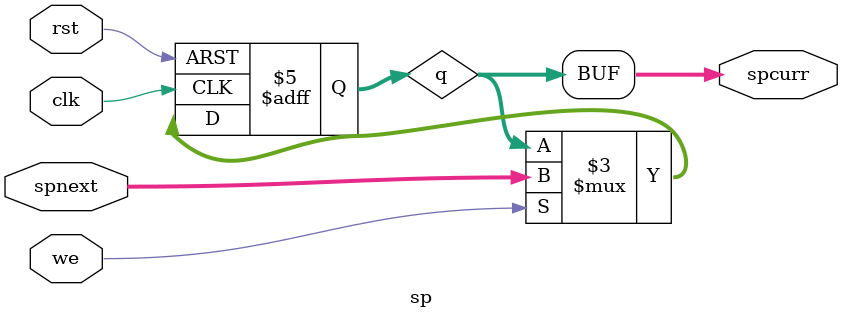
<source format=v>
`timescale 1ns / 1ps


module sp(spcurr,clk,rst,we,spnext);
output [31:0] spcurr;
input clk,rst,we;
input [31:0] spnext;

reg [31:0] q;

always @(posedge clk or negedge rst) begin
    if (!rst) q<=32'b0;
    else if(we) q<=spnext;
end

assign spcurr=q;
endmodule

</source>
